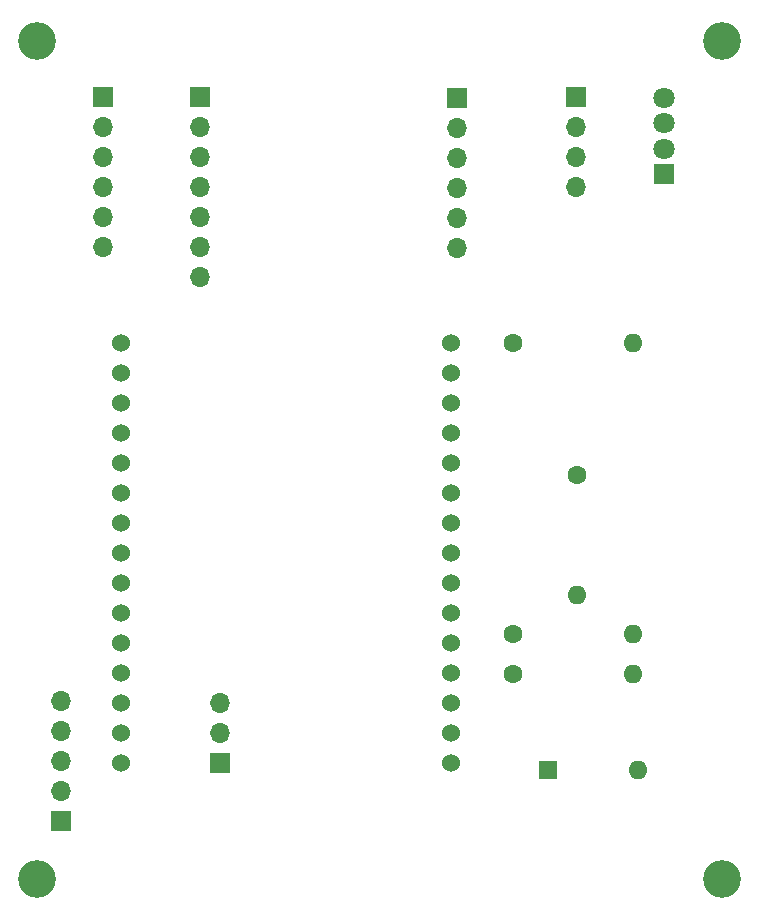
<source format=gbr>
%TF.GenerationSoftware,KiCad,Pcbnew,(5.1.10)-1*%
%TF.CreationDate,2021-10-11T23:46:52-05:00*%
%TF.ProjectId,co2_project,636f325f-7072-46f6-9a65-63742e6b6963,rev?*%
%TF.SameCoordinates,Original*%
%TF.FileFunction,Soldermask,Bot*%
%TF.FilePolarity,Negative*%
%FSLAX46Y46*%
G04 Gerber Fmt 4.6, Leading zero omitted, Abs format (unit mm)*
G04 Created by KiCad (PCBNEW (5.1.10)-1) date 2021-10-11 23:46:52*
%MOMM*%
%LPD*%
G01*
G04 APERTURE LIST*
%ADD10O,1.700000X1.700000*%
%ADD11R,1.700000X1.700000*%
%ADD12C,3.200000*%
%ADD13R,1.800000X1.800000*%
%ADD14C,1.800000*%
%ADD15C,1.600000*%
%ADD16O,1.600000X1.600000*%
%ADD17R,1.600000X1.600000*%
%ADD18C,1.524000*%
G04 APERTURE END LIST*
D10*
%TO.C,S8LP*%
X141100000Y-82050000D03*
X141100000Y-79510000D03*
X141100000Y-76970000D03*
X141100000Y-74430000D03*
X141100000Y-71890000D03*
D11*
X141100000Y-69350000D03*
%TD*%
D10*
%TO.C,Sen0220/scd30*%
X119300000Y-84540000D03*
X119300000Y-82000000D03*
X119300000Y-79460000D03*
X119300000Y-76920000D03*
X119300000Y-74380000D03*
X119300000Y-71840000D03*
D11*
X119300000Y-69300000D03*
%TD*%
D10*
%TO.C,S8LP*%
X111100000Y-82000000D03*
X111100000Y-79460000D03*
X111100000Y-76920000D03*
X111100000Y-74380000D03*
X111100000Y-71840000D03*
D11*
X111100000Y-69300000D03*
%TD*%
D10*
%TO.C,5V*%
X107500000Y-120390000D03*
X107500000Y-122930000D03*
X107500000Y-125470000D03*
X107500000Y-128010000D03*
D11*
X107500000Y-130550000D03*
%TD*%
D12*
%TO.C,*%
X105500000Y-64500000D03*
%TD*%
%TO.C,*%
X105500000Y-135500000D03*
%TD*%
%TO.C,*%
X163500000Y-135500000D03*
%TD*%
%TO.C,*%
X163500000Y-64500000D03*
%TD*%
D13*
%TO.C,Led_RGB*%
X158600000Y-75800000D03*
D14*
X158600000Y-73641000D03*
X158600000Y-71482000D03*
X158600000Y-69323000D03*
%TD*%
D15*
%TO.C,R1*%
X145800000Y-118100000D03*
D16*
X155960000Y-118100000D03*
%TD*%
%TO.C,R1*%
X155960000Y-114700000D03*
D15*
X145800000Y-114700000D03*
%TD*%
%TO.C,R1*%
X145800000Y-90100000D03*
D16*
X155960000Y-90100000D03*
%TD*%
%TO.C,R2*%
X151250000Y-111410000D03*
D15*
X151250000Y-101250000D03*
%TD*%
D17*
%TO.C,Button*%
X148750000Y-126250000D03*
D16*
X156370000Y-126250000D03*
%TD*%
D11*
%TO.C,Buzzer*%
X121000000Y-125700000D03*
D10*
X121000000Y-123160000D03*
X121000000Y-120620000D03*
%TD*%
D18*
%TO.C,ESP8266*%
X112630000Y-90080000D03*
X112630000Y-92620000D03*
X112630000Y-95160000D03*
X112630000Y-97700000D03*
X112630000Y-100240000D03*
X112630000Y-102780000D03*
X112630000Y-105320000D03*
X112630000Y-107860000D03*
X112630000Y-110400000D03*
X112630000Y-112940000D03*
X112630000Y-115480000D03*
X112630000Y-118020000D03*
X112630000Y-120560000D03*
X112630000Y-123100000D03*
X112630000Y-125640000D03*
X140570000Y-125640000D03*
X140570000Y-123100000D03*
X140570000Y-120560000D03*
X140570000Y-118020000D03*
X140570000Y-115480000D03*
X140570000Y-112940000D03*
X140570000Y-110400000D03*
X140570000Y-107860000D03*
X140570000Y-105320000D03*
X140570000Y-102780000D03*
X140570000Y-100240000D03*
X140570000Y-97700000D03*
X140570000Y-95160000D03*
X140570000Y-92620000D03*
X140570000Y-90080000D03*
%TD*%
D11*
%TO.C,Display*%
X151100000Y-69300000D03*
D10*
X151100000Y-71840000D03*
X151100000Y-74380000D03*
X151100000Y-76920000D03*
%TD*%
M02*

</source>
